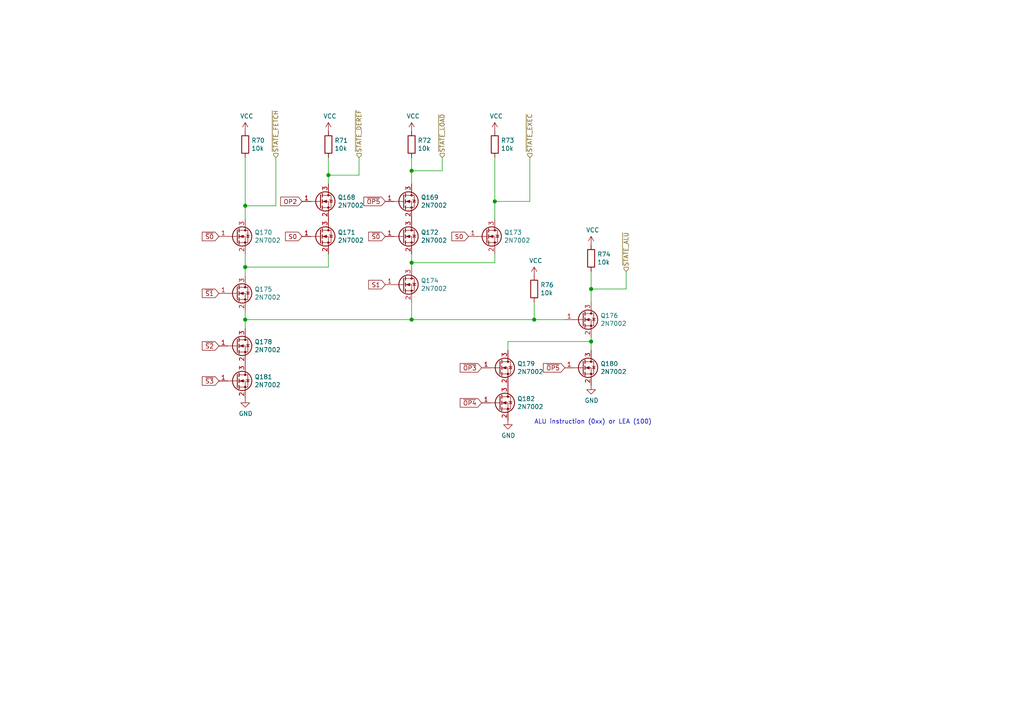
<source format=kicad_sch>
(kicad_sch (version 20210126) (generator eeschema)
  (paper "A4")
  (title_block (title "Q2 State Decoder") (date "2021-01-30") (rev "1") (company "joewing.net"))
  (lib_symbols
    (symbol "Device:R" (pin_numbers hide) (pin_names (offset 0))
      (property "Reference" "R" (at 2.032 0 90))
      (property "Value" "R" (at 0 0 90))
      (symbol "R_0_1"
        (rectangle (start -1.016 -2.54) (end 1.016 2.54) (stroke (width 0.254)))
      )
      (symbol "R_1_1"
        (pin passive line (at 0 3.81 270) (length 1.27) (name "~") (number "1"))
        (pin passive line (at 0 -3.81 90) (length 1.27) (name "~") (number "2"))
      )
    )
    (symbol "Transistor_FET:2N7002" (pin_names hide)
      (property "Reference" "Q" (at 5.08 1.905 0))
      (property "Value" "2N7002" (at 5.08 0 0))
      (symbol "2N7002_0_1"
        (circle (center 1.651 0) (radius 2.794) (stroke (width 0.254)))
        (circle (center 2.54 -1.778) (radius 0.254) (fill (type outline)))
        (circle (center 2.54 1.778) (radius 0.254) (fill (type outline)))
        (polyline (pts (xy 0.254 0) (xy -2.54 0)))
        (polyline (pts (xy 0.254 1.905) (xy 0.254 -1.905)) (stroke (width 0.254)))
        (polyline (pts (xy 0.762 -1.27) (xy 0.762 -2.286)) (stroke (width 0.254)))
        (polyline (pts (xy 0.762 0.508) (xy 0.762 -0.508)) (stroke (width 0.254)))
        (polyline (pts (xy 0.762 2.286) (xy 0.762 1.27)) (stroke (width 0.254)))
        (polyline (pts (xy 2.54 2.54) (xy 2.54 1.778)))
        (polyline (pts (xy 2.54 -2.54) (xy 2.54 0) (xy 0.762 0)))
        (polyline (pts (xy 0.762 -1.778) (xy 3.302 -1.778) (xy 3.302 1.778) (xy 0.762 1.778)))
        (polyline (pts (xy 1.016 0) (xy 2.032 0.381) (xy 2.032 -0.381) (xy 1.016 0)) (fill (type outline)))
        (polyline (pts (xy 2.794 0.508) (xy 2.921 0.381) (xy 3.683 0.381) (xy 3.81 0.254)))
        (polyline (pts (xy 3.302 0.381) (xy 2.921 -0.254) (xy 3.683 -0.254) (xy 3.302 0.381)))
      )
      (symbol "2N7002_1_1"
        (pin input line (at -5.08 0 0) (length 2.54) (name "G") (number "1"))
        (pin passive line (at 2.54 -5.08 90) (length 2.54) (name "S") (number "2"))
        (pin passive line (at 2.54 5.08 270) (length 2.54) (name "D") (number "3"))
      )
    )
    (symbol "power:GND" (power) (pin_names (offset 0))
      (property "Value" "GND" (at 0 -3.81 0))
      (symbol "GND_0_1"
        (polyline (pts (xy 0 0) (xy 0 -1.27) (xy 1.27 -1.27) (xy 0 -2.54) (xy -1.27 -1.27) (xy 0 -1.27)))
      )
      (symbol "GND_1_1"
        (pin power_in line (at 0 0 270) (length 0) hide (name "GND") (number "1"))
      )
    )
    (symbol "power:VCC" (power) (pin_names (offset 0))
      (property "Value" "VCC" (at 0 3.81 0))
      (symbol "VCC_0_1"
        (polyline (pts (xy -0.762 1.27) (xy 0 2.54)))
        (polyline (pts (xy 0 0) (xy 0 2.54)))
        (polyline (pts (xy 0 2.54) (xy 0.762 1.27)))
      )
      (symbol "VCC_1_1"
        (pin power_in line (at 0 0 90) (length 0) hide (name "VCC") (number "1"))
      )
    )
  )
  (junction (at 71.12 59.69) (diameter 1.016))
  (junction (at 71.12 77.47) (diameter 1.016))
  (junction (at 71.12 92.71) (diameter 1.016))
  (junction (at 95.25 50.8) (diameter 1.016))
  (junction (at 119.38 49.53) (diameter 1.016))
  (junction (at 119.38 76.2) (diameter 1.016))
  (junction (at 119.38 92.71) (diameter 1.016))
  (junction (at 143.51 58.42) (diameter 1.016))
  (junction (at 154.94 92.71) (diameter 1.016))
  (junction (at 171.45 83.82) (diameter 1.016))
  (junction (at 171.45 99.06) (diameter 1.016))
  (wire (pts (xy 71.12 45.72) (xy 71.12 59.69)))
  (wire (pts (xy 71.12 59.69) (xy 71.12 63.5)))
  (wire (pts (xy 71.12 59.69) (xy 80.01 59.69)))
  (wire (pts (xy 71.12 73.66) (xy 71.12 77.47)))
  (wire (pts (xy 71.12 77.47) (xy 71.12 80.01)))
  (wire (pts (xy 71.12 77.47) (xy 95.25 77.47)))
  (wire (pts (xy 71.12 90.17) (xy 71.12 92.71)))
  (wire (pts (xy 71.12 92.71) (xy 71.12 95.25)))
  (wire (pts (xy 71.12 92.71) (xy 119.38 92.71)))
  (wire (pts (xy 80.01 45.72) (xy 80.01 59.69)))
  (wire (pts (xy 95.25 45.72) (xy 95.25 50.8)))
  (wire (pts (xy 95.25 50.8) (xy 95.25 53.34)))
  (wire (pts (xy 95.25 50.8) (xy 104.14 50.8)))
  (wire (pts (xy 95.25 77.47) (xy 95.25 73.66)))
  (wire (pts (xy 104.14 50.8) (xy 104.14 45.72)))
  (wire (pts (xy 119.38 45.72) (xy 119.38 49.53)))
  (wire (pts (xy 119.38 49.53) (xy 119.38 53.34)))
  (wire (pts (xy 119.38 49.53) (xy 128.27 49.53)))
  (wire (pts (xy 119.38 76.2) (xy 119.38 73.66)))
  (wire (pts (xy 119.38 76.2) (xy 143.51 76.2)))
  (wire (pts (xy 119.38 77.47) (xy 119.38 76.2)))
  (wire (pts (xy 119.38 92.71) (xy 119.38 87.63)))
  (wire (pts (xy 119.38 92.71) (xy 154.94 92.71)))
  (wire (pts (xy 128.27 49.53) (xy 128.27 45.72)))
  (wire (pts (xy 143.51 45.72) (xy 143.51 58.42)))
  (wire (pts (xy 143.51 58.42) (xy 143.51 63.5)))
  (wire (pts (xy 143.51 58.42) (xy 153.67 58.42)))
  (wire (pts (xy 143.51 76.2) (xy 143.51 73.66)))
  (wire (pts (xy 147.32 99.06) (xy 147.32 101.6)))
  (wire (pts (xy 153.67 58.42) (xy 153.67 45.72)))
  (wire (pts (xy 154.94 87.63) (xy 154.94 92.71)))
  (wire (pts (xy 154.94 92.71) (xy 163.83 92.71)))
  (wire (pts (xy 171.45 78.74) (xy 171.45 83.82)))
  (wire (pts (xy 171.45 83.82) (xy 171.45 87.63)))
  (wire (pts (xy 171.45 83.82) (xy 181.61 83.82)))
  (wire (pts (xy 171.45 97.79) (xy 171.45 99.06)))
  (wire (pts (xy 171.45 99.06) (xy 147.32 99.06)))
  (wire (pts (xy 171.45 99.06) (xy 171.45 101.6)))
  (wire (pts (xy 181.61 83.82) (xy 181.61 78.74)))
  (text "ALU instruction (0xx) or LEA (100)" (at 154.94 123.19 0) (effects (font (size 1.27 1.27)) (justify left bottom)))
  (global_label "~S0" (shape input) (at 63.5 68.58 180) (property "Intersheet References" "${INTERSHEET_REFS}" (effects hide)))
  (global_label "~S1" (shape input) (at 63.5 85.09 180) (property "Intersheet References" "${INTERSHEET_REFS}" (effects hide)))
  (global_label "~S2" (shape input) (at 63.5 100.33 180) (property "Intersheet References" "${INTERSHEET_REFS}" (effects hide)))
  (global_label "~S3" (shape input) (at 63.5 110.49 180) (property "Intersheet References" "${INTERSHEET_REFS}" (effects hide)))
  (global_label "OP2" (shape input) (at 87.63 58.42 180) (property "Intersheet References" "${INTERSHEET_REFS}" (effects hide)))
  (global_label "S0" (shape input) (at 87.63 68.58 180) (property "Intersheet References" "${INTERSHEET_REFS}" (effects hide)))
  (global_label "~OP5" (shape input) (at 111.76 58.42 180) (property "Intersheet References" "${INTERSHEET_REFS}" (effects hide)))
  (global_label "~S0" (shape input) (at 111.76 68.58 180) (property "Intersheet References" "${INTERSHEET_REFS}" (effects hide)))
  (global_label "S1" (shape input) (at 111.76 82.55 180) (property "Intersheet References" "${INTERSHEET_REFS}" (effects hide)))
  (global_label "S0" (shape input) (at 135.89 68.58 180) (property "Intersheet References" "${INTERSHEET_REFS}" (effects hide)))
  (global_label "~OP3" (shape input) (at 139.7 106.68 180) (property "Intersheet References" "${INTERSHEET_REFS}" (effects hide)))
  (global_label "~OP4" (shape input) (at 139.7 116.84 180) (property "Intersheet References" "${INTERSHEET_REFS}" (effects hide)))
  (global_label "~OP5" (shape input) (at 163.83 106.68 180) (property "Intersheet References" "${INTERSHEET_REFS}" (effects hide)))
  (hierarchical_label "~STATE_FETCH" (shape input) (at 80.01 45.72 90))
  (hierarchical_label "~STATE_DEREF" (shape input) (at 104.14 45.72 90))
  (hierarchical_label "~STATE_LOAD" (shape input) (at 128.27 45.72 90))
  (hierarchical_label "~STATE_EXEC" (shape input) (at 153.67 45.72 90))
  (hierarchical_label "~STATE_ALU" (shape input) (at 181.61 78.74 90))
  (symbol (lib_id "power:VCC") (at 71.12 38.1 0) (unit 1)
    (property "Reference" "#PWR0167" (effects hide))
    (property "Value" "VCC" (at 71.5518 33.7058 0))
  )
  (symbol (lib_id "power:VCC") (at 95.25 38.1 0) (unit 1)
    (property "Reference" "#PWR0168" (effects hide))
    (property "Value" "VCC" (at 95.6818 33.7058 0))
  )
  (symbol (lib_id "power:VCC") (at 119.38 38.1 0) (unit 1)
    (property "Reference" "#PWR0169" (effects hide))
    (property "Value" "VCC" (at 119.8118 33.7058 0))
  )
  (symbol (lib_id "power:VCC") (at 143.51 38.1 0) (unit 1)
    (property "Reference" "#PWR0170" (effects hide))
    (property "Value" "VCC" (at 143.9418 33.7058 0))
  )
  (symbol (lib_id "power:VCC") (at 154.94 80.01 0) (unit 1)
    (property "Reference" "#PWR0171" (effects hide))
    (property "Value" "VCC" (at 155.3718 75.6158 0))
  )
  (symbol (lib_id "power:VCC") (at 171.45 71.12 0) (unit 1)
    (property "Reference" "#PWR0172" (effects hide))
    (property "Value" "VCC" (at 171.8818 66.7258 0))
  )
  (symbol (lib_id "power:GND") (at 71.12 115.57 0) (unit 1)
    (property "Reference" "#PWR0166" (effects hide))
    (property "Value" "GND" (at 71.247 119.9642 0))
  )
  (symbol (lib_id "power:GND") (at 147.32 121.92 0) (unit 1)
    (property "Reference" "#PWR0178" (effects hide))
    (property "Value" "GND" (at 147.447 126.3142 0))
  )
  (symbol (lib_id "power:GND") (at 171.45 111.76 0) (unit 1)
    (property "Reference" "#PWR0173" (effects hide))
    (property "Value" "GND" (at 171.577 116.1542 0))
  )
  (symbol (lib_id "Device:R") (at 71.12 41.91 0) (unit 1)
    (property "Reference" "R70" (at 72.898 40.7416 0) (effects (justify left)))
    (property "Value" "10k" (at 72.898 43.053 0) (effects (justify left)))
    (property "Footprint" "Resistor_SMD:R_0805_2012Metric" (effects hide))
    (property "LCSC" "C17414" (effects hide))
  )
  (symbol (lib_id "Device:R") (at 95.25 41.91 0) (unit 1)
    (property "Reference" "R71" (at 97.028 40.7416 0) (effects (justify left)))
    (property "Value" "10k" (at 97.028 43.053 0) (effects (justify left)))
    (property "Footprint" "Resistor_SMD:R_0805_2012Metric" (effects hide))
    (property "LCSC" "C17414" (effects hide))
  )
  (symbol (lib_id "Device:R") (at 119.38 41.91 0) (unit 1)
    (property "Reference" "R72" (at 121.158 40.7416 0) (effects (justify left)))
    (property "Value" "10k" (at 121.158 43.053 0) (effects (justify left)))
    (property "Footprint" "Resistor_SMD:R_0805_2012Metric" (effects hide))
    (property "LCSC" "C17414" (effects hide))
  )
  (symbol (lib_id "Device:R") (at 143.51 41.91 0) (unit 1)
    (property "Reference" "R73" (at 145.288 40.7416 0) (effects (justify left)))
    (property "Value" "10k" (at 145.288 43.053 0) (effects (justify left)))
    (property "Footprint" "Resistor_SMD:R_0805_2012Metric" (effects hide))
    (property "LCSC" "C17414" (effects hide))
  )
  (symbol (lib_id "Device:R") (at 154.94 83.82 0) (unit 1)
    (property "Reference" "R76" (at 156.718 82.6516 0) (effects (justify left)))
    (property "Value" "10k" (at 156.718 84.963 0) (effects (justify left)))
    (property "Footprint" "Resistor_SMD:R_0805_2012Metric" (effects hide))
    (property "LCSC" "C17414" (effects hide))
  )
  (symbol (lib_id "Device:R") (at 171.45 74.93 0) (unit 1)
    (property "Reference" "R74" (at 173.228 73.7616 0) (effects (justify left)))
    (property "Value" "10k" (at 173.228 76.073 0) (effects (justify left)))
    (property "Footprint" "Resistor_SMD:R_0805_2012Metric" (effects hide))
    (property "LCSC" "C17414" (effects hide))
  )
  (symbol (lib_id "Transistor_FET:2N7002") (at 68.58 68.58 0) (unit 1)
    (property "Reference" "Q170" (at 73.8124 67.4116 0) (effects (justify left)))
    (property "Value" "2N7002" (at 73.8124 69.723 0) (effects (justify left)))
    (property "Footprint" "Package_TO_SOT_SMD:SOT-23" (effects hide))
    (property "Datasheet" "https://www.fairchildsemi.com/datasheets/2N/2N7002.pdf" (effects hide))
    (property "LCSC" "C8545" (effects hide))
  )
  (symbol (lib_id "Transistor_FET:2N7002") (at 68.58 85.09 0) (unit 1)
    (property "Reference" "Q175" (at 73.8124 83.9216 0) (effects (justify left)))
    (property "Value" "2N7002" (at 73.8124 86.233 0) (effects (justify left)))
    (property "Footprint" "Package_TO_SOT_SMD:SOT-23" (effects hide))
    (property "Datasheet" "https://www.fairchildsemi.com/datasheets/2N/2N7002.pdf" (effects hide))
    (property "LCSC" "C8545" (effects hide))
  )
  (symbol (lib_id "Transistor_FET:2N7002") (at 68.58 100.33 0) (unit 1)
    (property "Reference" "Q178" (at 73.8124 99.1616 0) (effects (justify left)))
    (property "Value" "2N7002" (at 73.8124 101.473 0) (effects (justify left)))
    (property "Footprint" "Package_TO_SOT_SMD:SOT-23" (effects hide))
    (property "Datasheet" "https://www.fairchildsemi.com/datasheets/2N/2N7002.pdf" (effects hide))
    (property "LCSC" "C8545" (effects hide))
  )
  (symbol (lib_id "Transistor_FET:2N7002") (at 68.58 110.49 0) (unit 1)
    (property "Reference" "Q181" (at 73.8124 109.3216 0) (effects (justify left)))
    (property "Value" "2N7002" (at 73.8124 111.633 0) (effects (justify left)))
    (property "Footprint" "Package_TO_SOT_SMD:SOT-23" (effects hide))
    (property "Datasheet" "https://www.fairchildsemi.com/datasheets/2N/2N7002.pdf" (effects hide))
    (property "LCSC" "C8545" (effects hide))
  )
  (symbol (lib_id "Transistor_FET:2N7002") (at 92.71 58.42 0) (unit 1)
    (property "Reference" "Q168" (at 97.9424 57.2516 0) (effects (justify left)))
    (property "Value" "2N7002" (at 97.9424 59.563 0) (effects (justify left)))
    (property "Footprint" "Package_TO_SOT_SMD:SOT-23" (effects hide))
    (property "Datasheet" "https://www.fairchildsemi.com/datasheets/2N/2N7002.pdf" (effects hide))
    (property "LCSC" "C8545" (effects hide))
  )
  (symbol (lib_id "Transistor_FET:2N7002") (at 92.71 68.58 0) (unit 1)
    (property "Reference" "Q171" (at 97.9424 67.4116 0) (effects (justify left)))
    (property "Value" "2N7002" (at 97.9424 69.723 0) (effects (justify left)))
    (property "Footprint" "Package_TO_SOT_SMD:SOT-23" (effects hide))
    (property "Datasheet" "https://www.fairchildsemi.com/datasheets/2N/2N7002.pdf" (effects hide))
    (property "LCSC" "C8545" (effects hide))
  )
  (symbol (lib_id "Transistor_FET:2N7002") (at 116.84 58.42 0) (unit 1)
    (property "Reference" "Q169" (at 122.0724 57.2516 0) (effects (justify left)))
    (property "Value" "2N7002" (at 122.0724 59.563 0) (effects (justify left)))
    (property "Footprint" "Package_TO_SOT_SMD:SOT-23" (effects hide))
    (property "Datasheet" "https://www.fairchildsemi.com/datasheets/2N/2N7002.pdf" (effects hide))
    (property "LCSC" "C8545" (effects hide))
  )
  (symbol (lib_id "Transistor_FET:2N7002") (at 116.84 68.58 0) (unit 1)
    (property "Reference" "Q172" (at 122.0724 67.4116 0) (effects (justify left)))
    (property "Value" "2N7002" (at 122.0724 69.723 0) (effects (justify left)))
    (property "Footprint" "Package_TO_SOT_SMD:SOT-23" (effects hide))
    (property "Datasheet" "https://www.fairchildsemi.com/datasheets/2N/2N7002.pdf" (effects hide))
    (property "LCSC" "C8545" (effects hide))
  )
  (symbol (lib_id "Transistor_FET:2N7002") (at 116.84 82.55 0) (unit 1)
    (property "Reference" "Q174" (at 122.0724 81.3816 0) (effects (justify left)))
    (property "Value" "2N7002" (at 122.0724 83.693 0) (effects (justify left)))
    (property "Footprint" "Package_TO_SOT_SMD:SOT-23" (effects hide))
    (property "Datasheet" "https://www.fairchildsemi.com/datasheets/2N/2N7002.pdf" (effects hide))
    (property "LCSC" "C8545" (effects hide))
  )
  (symbol (lib_id "Transistor_FET:2N7002") (at 140.97 68.58 0) (unit 1)
    (property "Reference" "Q173" (at 146.2024 67.4116 0) (effects (justify left)))
    (property "Value" "2N7002" (at 146.2024 69.723 0) (effects (justify left)))
    (property "Footprint" "Package_TO_SOT_SMD:SOT-23" (effects hide))
    (property "Datasheet" "https://www.fairchildsemi.com/datasheets/2N/2N7002.pdf" (effects hide))
    (property "LCSC" "C8545" (effects hide))
  )
  (symbol (lib_id "Transistor_FET:2N7002") (at 144.78 106.68 0) (unit 1)
    (property "Reference" "Q179" (at 150.0124 105.5116 0) (effects (justify left)))
    (property "Value" "2N7002" (at 150.0124 107.823 0) (effects (justify left)))
    (property "Footprint" "Package_TO_SOT_SMD:SOT-23" (effects hide))
    (property "Datasheet" "https://www.fairchildsemi.com/datasheets/2N/2N7002.pdf" (effects hide))
    (property "LCSC" "C8545" (effects hide))
  )
  (symbol (lib_id "Transistor_FET:2N7002") (at 144.78 116.84 0) (unit 1)
    (property "Reference" "Q182" (at 150.0124 115.6716 0) (effects (justify left)))
    (property "Value" "2N7002" (at 150.0124 117.983 0) (effects (justify left)))
    (property "Footprint" "Package_TO_SOT_SMD:SOT-23" (effects hide))
    (property "Datasheet" "https://www.fairchildsemi.com/datasheets/2N/2N7002.pdf" (effects hide))
    (property "LCSC" "C8545" (effects hide))
  )
  (symbol (lib_id "Transistor_FET:2N7002") (at 168.91 92.71 0) (unit 1)
    (property "Reference" "Q176" (at 174.1424 91.5416 0) (effects (justify left)))
    (property "Value" "2N7002" (at 174.1424 93.853 0) (effects (justify left)))
    (property "Footprint" "Package_TO_SOT_SMD:SOT-23" (effects hide))
    (property "Datasheet" "https://www.fairchildsemi.com/datasheets/2N/2N7002.pdf" (effects hide))
    (property "LCSC" "C8545" (effects hide))
  )
  (symbol (lib_id "Transistor_FET:2N7002") (at 168.91 106.68 0) (unit 1)
    (property "Reference" "Q180" (at 174.1424 105.5116 0) (effects (justify left)))
    (property "Value" "2N7002" (at 174.1424 107.823 0) (effects (justify left)))
    (property "Footprint" "Package_TO_SOT_SMD:SOT-23" (effects hide))
    (property "Datasheet" "https://www.fairchildsemi.com/datasheets/2N/2N7002.pdf" (effects hide))
    (property "LCSC" "C8545" (effects hide))
  )
)
</source>
